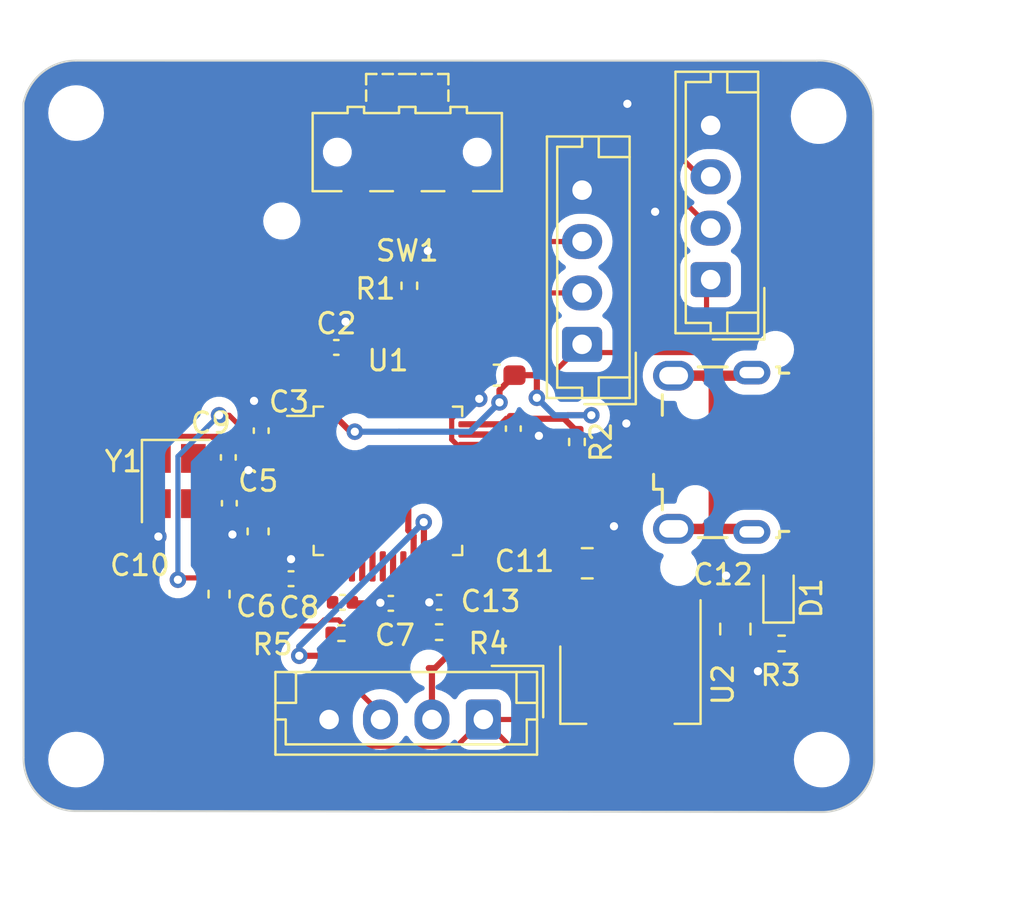
<source format=kicad_pcb>
(kicad_pcb (version 20221018) (generator pcbnew)
  (layers (0 "F.Cu" signal) (31 "B.Cu" power) (34 "B.Paste" user) (35 "F.Paste" user) (36 "B.SilkS" user "B.Silkscreen") (37 "F.SilkS" user "F.Silkscreen") (38 "B.Mask" user) (39 "F.Mask" user) (44 "Edge.Cuts" user))
  (net 0 "")
  (net 1 "+3.3V")
  (net 2 "GND")
  (net 3 "+3.3VA")
  (net 4 "/NRST")
  (net 5 "/HSE_IN")
  (net 6 "/HSE_OUT")
  (net 7 "VBUS")
  (net 8 "/Power_Led_k")
  (net 9 "/USB_D-")
  (net 10 "/USB_D+")
  (net 12 "unconnected-(J1-Shield-Pad6)")
  (net 13 "/USART1_TX")
  (net 14 "/USART1_RX")
  (net 15 "/SW_DIO")
  (net 16 "/SW_CLK")
  (net 17 "/I2C2_SCL")
  (net 18 "/I2C2_SDA")
  (net 19 "/BOOT0")
  (net 20 "/SW_BOOT0")
  (footprint "Capacitor_SMD:C_0402_1005Metric" (layer "F.Cu") (at 136.006 80.9 -90)
    (fp_text reference "C1" hide)
    (fp_text value "100n" hide)
    (pad "1" smd roundrect (at -0.48 0 270) (size 0.56 0.62) (layers "F.Cu" "F.Paste" "F.Mask") (net 1 "+3.3V"))
    (pad "2" smd roundrect (at 0.48 0 270) (size 0.56 0.62) (layers "F.Cu" "F.Paste" "F.Mask") (net 2 "GND"))
  )
  (footprint "MountingHole:MountingHole_2.2mm_M2" (layer "F.Cu") (at 114.75 97)
    (fp_text reference "H4" hide)
    (fp_text value "MountingHole" hide)
    (pad "" np_thru_hole circle (at 0 0) (size 2.2 2.2) (drill 2.2) (layers "*.Cu" "*.Mask"))
  )
  (footprint "LED_SMD:LED_0603_1608Metric" (layer "F.Cu") (at 148.9 88.85 90)
    (fp_text reference "D1" (at -0.3 1.6 90) (layer "F.SilkS"))
    (fp_text value "RED" hide)
    (pad "1" smd roundrect (at -0.7875 0 90) (size 0.875 0.95) (layers "F.Cu" "F.Paste" "F.Mask") (net 8 "/Power_Led_k"))
    (pad "2" smd roundrect (at 0.7875 0 90) (size 0.875 0.95) (layers "F.Cu" "F.Paste" "F.Mask") (net 1 "+3.3V"))
  )
  (footprint "MountingHole:MountingHole_2.2mm_M2" (layer "F.Cu") (at 114.75 65.55)
    (fp_text reference "H2" hide)
    (fp_text value "MountingHole" hide)
    (pad "" np_thru_hole circle (at 0 0) (size 2.2 2.2) (drill 2.2) (layers "*.Cu" "*.Mask"))
  )
  (footprint "Capacitor_SMD:C_0603_1608Metric" (layer "F.Cu") (at 123.6 85.9 90)
    (fp_text reference "C5" (at 2.45 0 180) (layer "F.SilkS"))
    (fp_text value "10n" hide)
    (pad "1" smd roundrect (at -0.775 0 90) (size 0.9 0.95) (layers "F.Cu" "F.Paste" "F.Mask") (net 3 "+3.3VA"))
    (pad "2" smd roundrect (at 0.775 0 90) (size 0.9 0.95) (layers "F.Cu" "F.Paste" "F.Mask") (net 2 "GND"))
  )
  (footprint "Capacitor_SMD:C_0402_1005Metric" (layer "F.Cu") (at 127.7 89.35)
    (fp_text reference "C8" (at -2.1 0.25) (layer "F.SilkS"))
    (fp_text value "100n" hide)
    (pad "1" smd roundrect (at -0.48 0) (size 0.56 0.62) (layers "F.Cu" "F.Paste" "F.Mask") (net 4 "/NRST"))
    (pad "2" smd roundrect (at 0.48 0) (size 0.56 0.62) (layers "F.Cu" "F.Paste" "F.Mask") (net 2 "GND"))
  )
  (footprint "Connector_USB:USB_Micro-B_Wuerth_629105150521" (layer "F.Cu") (at 145.65 82.05 90)
    (fp_text reference "J1" hide)
    (fp_text value "USB_B_Micro")
    (pad "" np_thru_hole oval (at -2.5 -0.8 90) (size 0.8 0.8) (drill 0.8) (layers "*.Cu" "*.Mask"))
    (pad "" np_thru_hole oval (at 2.5 -0.8 90) (size 0.8 0.8) (drill 0.8) (layers "*.Cu" "*.Mask"))
    (pad "1" smd rect (at -1.3 -1.9 90) (size 0.45 1.3) (layers "F.Cu" "F.Paste" "F.Mask") (net 7 "VBUS"))
    (pad "2" smd rect (at -0.65 -1.9 90) (size 0.45 1.3) (layers "F.Cu" "F.Paste" "F.Mask") (net 9 "/USB_D-"))
    (pad "3" smd rect (at 0 -1.9 90) (size 0.45 1.3) (layers "F.Cu" "F.Paste" "F.Mask") (net 10 "/USB_D+"))
    (pad "4" smd rect (at 0.65 -1.9 90) (size 0.45 1.3) (layers "F.Cu" "F.Paste" "F.Mask"))
    (pad "5" smd rect (at 1.3 -1.9 90) (size 0.45 1.3) (layers "F.Cu" "F.Paste" "F.Mask") (net 2 "GND"))
    (pad "6" thru_hole oval (at -3.875 1.95 90) (size 1.15 1.8) (drill oval 0.55 1.2) (layers "*.Cu" "*.Mask") (net 12 "unconnected-(J1-Shield-Pad6)"))
    (pad "6" thru_hole oval (at -3.725 -1.85 90) (size 1.45 2) (drill oval 0.85 1.4) (layers "*.Cu" "*.Mask") (net 12 "unconnected-(J1-Shield-Pad6)"))
    (pad "6" thru_hole oval (at 3.725 -1.85 90) (size 1.45 2) (drill oval 0.85 1.4) (layers "*.Cu" "*.Mask") (net 12 "unconnected-(J1-Shield-Pad6)"))
    (pad "6" thru_hole oval (at 3.875 1.95 90) (size 1.15 1.8) (drill oval 0.55 1.2) (layers "*.Cu" "*.Mask") (net 12 "unconnected-(J1-Shield-Pad6)"))
  )
  (footprint "Capacitor_SMD:C_0402_1005Metric" (layer "F.Cu") (at 130.05 89.4 180)
    (fp_text reference "C7" (at -0.2 -1.55) (layer "F.SilkS"))
    (fp_text value "1u" hide)
    (pad "1" smd roundrect (at -0.48 0 180) (size 0.56 0.62) (layers "F.Cu" "F.Paste" "F.Mask") (net 1 "+3.3V"))
    (pad "2" smd roundrect (at 0.48 0 180) (size 0.56 0.62) (layers "F.Cu" "F.Paste" "F.Mask") (net 2 "GND"))
  )
  (footprint "Capacitor_SMD:C_0402_1005Metric" (layer "F.Cu") (at 127.4 76.95)
    (fp_text reference "C2" (at 0 -1.16) (layer "F.SilkS"))
    (fp_text value "100n" hide)
    (pad "1" smd roundrect (at -0.48 0) (size 0.56 0.62) (layers "F.Cu" "F.Paste" "F.Mask") (net 1 "+3.3V"))
    (pad "2" smd roundrect (at 0.48 0) (size 0.56 0.62) (layers "F.Cu" "F.Paste" "F.Mask") (net 2 "GND"))
  )
  (footprint "Capacitor_SMD:C_0805_2012Metric" (layer "F.Cu") (at 146.8 90.65 90)
    (fp_text reference "C12" (at 2.65 -0.6) (layer "F.SilkS"))
    (fp_text value "C" hide)
    (pad "1" smd roundrect (at -0.95 0 90) (size 1 1.45) (layers "F.Cu" "F.Paste" "F.Mask") (net 1 "+3.3V"))
    (pad "2" smd roundrect (at 0.95 0 90) (size 1 1.45) (layers "F.Cu" "F.Paste" "F.Mask") (net 2 "GND"))
  )
  (footprint "Connector_JST:JST_EH_B4B-EH-A_1x04_P2.50mm_Vertical" (layer "F.Cu") (at 139.35 76.8 90)
    (fp_text reference "J3" hide)
    (fp_text value "Conn_01x04_Pin" hide)
    (pad "1" thru_hole roundrect (at 0 0 90) (size 1.7 1.95) (drill 0.95) (layers "*.Cu" "*.Mask") (roundrect_rratio 0.147059) (net 1 "+3.3V"))
    (pad "2" thru_hole oval (at 2.5 0 90) (size 1.7 1.95) (drill 0.95) (layers "*.Cu" "*.Mask") (net 15 "/SW_DIO"))
    (pad "3" thru_hole oval (at 5 0 90) (size 1.7 1.95) (drill 0.95) (layers "*.Cu" "*.Mask") (net 16 "/SW_CLK"))
    (pad "4" thru_hole oval (at 7.5 0 90) (size 1.7 1.95) (drill 0.95) (layers "*.Cu" "*.Mask") (net 2 "GND"))
  )
  (footprint "MountingHole:MountingHole_2.2mm_M2" (layer "F.Cu") (at 150.85 65.7)
    (fp_text reference "H1" hide)
    (fp_text value "MountingHole" hide)
    (pad "" np_thru_hole circle (at 0 0) (size 2.2 2.2) (drill 2.2) (layers "*.Cu" "*.Mask"))
  )
  (footprint "Capacitor_SMD:C_0402_1005Metric" (layer "F.Cu") (at 122.2 84.53 90)
    (fp_text reference "C10" (at -3.02 -4.35 180) (layer "F.SilkS"))
    (fp_text value "10P" hide)
    (pad "1" smd roundrect (at -0.48 0 90) (size 0.56 0.62) (layers "F.Cu" "F.Paste" "F.Mask") (net 6 "/HSE_OUT"))
    (pad "2" smd roundrect (at 0.48 0 90) (size 0.56 0.62) (layers "F.Cu" "F.Paste" "F.Mask") (net 2 "GND"))
  )
  (footprint "Capacitor_SMD:C_0402_1005Metric" (layer "F.Cu") (at 132.4 89.35 180)
    (fp_text reference "C13" (at -2.5 0.05) (layer "F.SilkS"))
    (fp_text value "100n" hide)
    (pad "1" smd roundrect (at -0.48 0 180) (size 0.56 0.62) (layers "F.Cu" "F.Paste" "F.Mask") (net 1 "+3.3V"))
    (pad "2" smd roundrect (at 0.48 0 180) (size 0.56 0.62) (layers "F.Cu" "F.Paste" "F.Mask") (net 2 "GND"))
  )
  (footprint "Resistor_SMD:R_0402_1005Metric" (layer "F.Cu") (at 139.1 81.55 -90)
    (fp_text reference "R2" (at 0 -1.17 90) (layer "F.SilkS"))
    (fp_text value "1K5")
    (pad "1" smd roundrect (at -0.51 0 270) (size 0.54 0.64) (layers "F.Cu" "F.Paste" "F.Mask") (net 1 "+3.3V"))
    (pad "2" smd roundrect (at 0.51 0 270) (size 0.54 0.64) (layers "F.Cu" "F.Paste" "F.Mask") (net 10 "/USB_D+"))
  )
  (footprint "Connector_JST:JST_EH_B4B-EH-A_1x04_P2.50mm_Vertical" (layer "F.Cu") (at 134.55 95.05 180)
    (fp_text reference "J4" hide)
    (fp_text value "Conn_01x04_Pin" hide)
    (pad "1" thru_hole roundrect (at 0 0 180) (size 1.7 1.95) (drill 0.95) (layers "*.Cu" "*.Mask") (roundrect_rratio 0.147059) (net 1 "+3.3V"))
    (pad "2" thru_hole oval (at 2.5 0 180) (size 1.7 1.95) (drill 0.95) (layers "*.Cu" "*.Mask") (net 17 "/I2C2_SCL"))
    (pad "3" thru_hole oval (at 5 0 180) (size 1.7 1.95) (drill 0.95) (layers "*.Cu" "*.Mask") (net 18 "/I2C2_SDA"))
    (pad "4" thru_hole oval (at 7.5 0 180) (size 1.7 1.95) (drill 0.95) (layers "*.Cu" "*.Mask") (net 2 "GND"))
  )
  (footprint "Package_TO_SOT_SMD:SOT-223-3_TabPin2" (layer "F.Cu") (at 141.7 93.35 -90)
    (fp_text reference "U2" (at 0 -4.5 90) (layer "F.SilkS"))
    (fp_text value "AMS1117-3.3" hide)
    (pad "1" smd rect (at -3.15 -2.3 270) (size 2 1.5) (layers "F.Cu" "F.Paste" "F.Mask") (net 2 "GND"))
    (pad "2" smd rect (at -3.15 0 270) (size 2 1.5) (layers "F.Cu" "F.Paste" "F.Mask") (net 1 "+3.3V"))
    (pad "2" smd rect (at 3.15 0 270) (size 2 3.8) (layers "F.Cu" "F.Paste" "F.Mask") (net 1 "+3.3V"))
    (pad "3" smd rect (at -3.15 2.3 270) (size 2 1.5) (layers "F.Cu" "F.Paste" "F.Mask") (net 7 "VBUS"))
  )
  (footprint "Capacitor_SMD:C_0603_1608Metric_Pad1.08x0.95mm_HandSolder" (layer "F.Cu") (at 135.2 78.3 180)
    (fp_text reference "C4" hide)
    (fp_text value "10u" hide)
    (pad "1" smd roundrect (at -0.8625 0 180) (size 1.075 0.95) (layers "F.Cu" "F.Paste" "F.Mask") (net 1 "+3.3V"))
    (pad "2" smd roundrect (at 0.8625 0 180) (size 1.075 0.95) (layers "F.Cu" "F.Paste" "F.Mask") (net 2 "GND"))
  )
  (footprint "Capacitor_SMD:C_0402_1005Metric" (layer "F.Cu") (at 123.75 81 90)
    (fp_text reference "C3" (at 1.4 1.35 180) (layer "F.SilkS"))
    (fp_text value "100n" hide)
    (pad "1" smd roundrect (at -0.48 0 90) (size 0.56 0.62) (layers "F.Cu" "F.Paste" "F.Mask") (net 1 "+3.3V"))
    (pad "2" smd roundrect (at 0.48 0 90) (size 0.56 0.62) (layers "F.Cu" "F.Paste" "F.Mask") (net 2 "GND"))
  )
  (footprint "Resistor_SMD:R_0402_1005Metric" (layer "F.Cu") (at 130.95 73.95 90)
    (fp_text reference "R1" (at -0.15 -1.65 180) (layer "F.SilkS"))
    (fp_text value "10K" hide)
    (pad "1" smd roundrect (at -0.51 0 90) (size 0.54 0.64) (layers "F.Cu" "F.Paste" "F.Mask") (net 19 "/BOOT0"))
    (pad "2" smd roundrect (at 0.51 0 90) (size 0.54 0.64) (layers "F.Cu" "F.Paste" "F.Mask") (net 20 "/SW_BOOT0"))
  )
  (footprint "Inductor_SMD:L_0603_1608Metric" (layer "F.Cu") (at 121.7 88.95 90)
    (fp_text reference "FB1" hide)
    (fp_text value "120R" hide)
    (pad "1" smd roundrect (at -0.7875 0 90) (size 0.875 0.95) (layers "F.Cu" "F.Paste" "F.Mask") (net 3 "+3.3VA"))
    (pad "2" smd roundrect (at 0.7875 0 90) (size 0.875 0.95) (layers "F.Cu" "F.Paste" "F.Mask") (net 1 "+3.3V"))
  )
  (footprint "MountingHole:MountingHole_2.2mm_M2" (layer "F.Cu") (at 151 97)
    (fp_text reference "H3" hide)
    (fp_text value "MountingHole" hide)
    (pad "" np_thru_hole circle (at 0 0) (size 2.2 2.2) (drill 2.2) (layers "*.Cu" "*.Mask"))
  )
  (footprint "Capacitor_SMD:C_0402_1005Metric" (layer "F.Cu") (at 122.15 82.3 -90)
    (fp_text reference "C9" (at -1.67 0.85 -180) (layer "F.SilkS"))
    (fp_text value "10P" hide)
    (pad "1" smd roundrect (at -0.48 0 270) (size 0.56 0.62) (layers "F.Cu" "F.Paste" "F.Mask") (net 5 "/HSE_IN"))
    (pad "2" smd roundrect (at 0.48 0 270) (size 0.56 0.62) (layers "F.Cu" "F.Paste" "F.Mask") (net 2 "GND"))
  )
  (footprint "Package_QFP:LQFP-48_7x7mm_P0.5mm" (layer "F.Cu") (at 129.91 83.44)
    (fp_text reference "U1" (at 0 -5.85) (layer "F.SilkS"))
    (fp_text value "STM32F103CBTx")
    (pad "1" smd roundrect (at -4.1625 -2.75) (size 1.475 0.3) (layers "F.Cu" "F.Paste" "F.Mask") (net 1 "+3.3V"))
    (pad "2" smd roundrect (at -4.1625 -2.25) (size 1.475 0.3) (layers "F.Cu" "F.Paste" "F.Mask"))
    (pad "3" smd roundrect (at -4.1625 -1.75) (size 1.475 0.3) (layers "F.Cu" "F.Paste" "F.Mask"))
    (pad "4" smd roundrect (at -4.1625 -1.25) (size 1.475 0.3) (layers "F.Cu" "F.Paste" "F.Mask"))
    (pad "5" smd roundrect (at -4.1625 -0.75) (size 1.475 0.3) (layers "F.Cu" "F.Paste" "F.Mask") (net 5 "/HSE_IN"))
    (pad "6" smd roundrect (at -4.1625 -0.25) (size 1.475 0.3) (layers "F.Cu" "F.Paste" "F.Mask") (net 6 "/HSE_OUT"))
    (pad "7" smd roundrect (at -4.1625 0.25) (size 1.475 0.3) (layers "F.Cu" "F.Paste" "F.Mask") (net 4 "/NRST"))
    (pad "8" smd roundrect (at -4.1625 0.75) (size 1.475 0.3) (layers "F.Cu" "F.Paste" "F.Mask") (net 2 "GND"))
    (pad "9" smd roundrect (at -4.1625 1.25) (size 1.475 0.3) (layers "F.Cu" "F.Paste" "F.Mask") (net 3 "+3.3VA"))
    (pad "10" smd roundrect (at -4.1625 1.75) (size 1.475 0.3) (layers "F.Cu" "F.Paste" "F.Mask"))
    (pad "11" smd roundrect (at -4.1625 2.25) (size 1.475 0.3) (layers "F.Cu" "F.Paste" "F.Mask"))
    (pad "12" smd roundrect (at -4.1625 2.75) (size 1.475 0.3) (layers "F.Cu" "F.Paste" "F.Mask"))
    (pad "13" smd roundrect (at -2.75 4.1625) (size 0.3 1.475) (layers "F.Cu" "F.Paste" "F.Mask"))
    (pad "14" smd roundrect (at -2.25 4.1625) (size 0.3 1.475) (layers "F.Cu" "F.Paste" "F.Mask"))
    (pad "15" smd roundrect (at -1.75 4.1625) (size 0.3 1.475) (layers "F.Cu" "F.Paste" "F.Mask"))
    (pad "16" smd roundrect (at -1.25 4.1625) (size 0.3 1.475) (layers "F.Cu" "F.Paste" "F.Mask"))
    (pad "17" smd roundrect (at -0.75 4.1625) (size 0.3 1.475) (layers "F.Cu" "F.Paste" "F.Mask"))
    (pad "18" smd roundrect (at -0.25 4.1625) (size 0.3 1.475) (layers "F.Cu" "F.Paste" "F.Mask"))
    (pad "19" smd roundrect (at 0.25 4.1625) (size 0.3 1.475) (layers "F.Cu" "F.Paste" "F.Mask"))
    (pad "20" smd roundrect (at 0.75 4.1625) (size 0.3 1.475) (layers "F.Cu" "F.Paste" "F.Mask"))
    (pad "21" smd roundrect (at 1.25 4.1625) (size 0.3 1.475) (layers "F.Cu" "F.Paste" "F.Mask") (net 17 "/I2C2_SCL"))
    (pad "22" smd roundrect (at 1.75 4.1625) (size 0.3 1.475) (layers "F.Cu" "F.Paste" "F.Mask") (net 18 "/I2C2_SDA"))
    (pad "23" smd roundrect (at 2.25 4.1625) (size 0.3 1.475) (layers "F.Cu" "F.Paste" "F.Mask") (net 2 "GND"))
    (pad "24" smd roundrect (at 2.75 4.1625) (size 0.3 1.475) (layers "F.Cu" "F.Paste" "F.Mask") (net 1 "+3.3V"))
    (pad "25" smd roundrect (at 4.1625 2.75) (size 1.475 0.3) (layers "F.Cu" "F.Paste" "F.Mask"))
    (pad "26" smd roundrect (at 4.1625 2.25) (size 1.475 0.3) (layers "F.Cu" "F.Paste" "F.Mask"))
    (pad "27" smd roundrect (at 4.1625 1.75) (size 1.475 0.3) (layers "F.Cu" "F.Paste" "F.Mask"))
    (pad "28" smd roundrect (at 4.1625 1.25) (size 1.475 0.3) (layers "F.Cu" "F.Paste" "F.Mask"))
    (pad "29" smd roundrect (at 4.1625 0.75) (size 1.475 0.3) (layers "F.Cu" "F.Paste" "F.Mask"))
    (pad "30" smd roundrect (at 4.1625 0.25) (size 1.475 0.3) (layers "F.Cu" "F.Paste" "F.Mask"))
    (pad "31" smd roundrect (at 4.1625 -0.25) (size 1.475 0.3) (layers "F.Cu" "F.Paste" "F.Mask"))
    (pad "32" smd roundrect (at 4.1625 -0.75) (size 1.475 0.3) (layers "F.Cu" "F.Paste" "F.Mask") (net 9 "/USB_D-"))
    (pad "33" smd roundrect (at 4.1625 -1.25) (size 1.475 0.3) (layers "F.Cu" "F.Paste" "F.Mask") (net 10 "/USB_D+"))
    (pad "34" smd roundrect (at 4.1625 -1.75) (size 1.475 0.3) (layers "F.Cu" "F.Paste" "F.Mask") (net 15 "/SW_DIO"))
    (pad "35" smd roundrect (at 4.1625 -2.25) (size 1.475 0.3) (layers "F.Cu" "F.Paste" "F.Mask") (net 2 "GND"))
    (pad "36" smd roundrect (at 4.1625 -2.75) (size 1.475 0.3) (layers "F.Cu" "F.Paste" "F.Mask") (net 1 "+3.3V"))
    (pad "37" smd roundrect (at 2.75 -4.1625) (size 0.3 1.475) (layers "F.Cu" "F.Paste" "F.Mask") (net 16 "/SW_CLK"))
    (pad "38" smd roundrect (at 2.25 -4.1625) (size 0.3 1.475) (layers "F.Cu" "F.Paste" "F.Mask"))
    (pad "39" smd roundrect (at 1.75 -4.1625) (size 0.3 1.475) (layers "F.Cu" "F.Paste" "F.Mask"))
    (pad "40" smd roundrect (at 1.25 -4.1625) (size 0.3 1.475) (layers "F.Cu" "F.Paste" "F.Mask"))
    (pad "41" smd roundrect (at 0.75 -4.1625) (size 0.3 1.475) (layers "F.Cu" "F.Paste" "F.Mask"))
    (pad "42" smd roundrect (at 0.25 -4.1625) (size 0.3 1.475) (layers "F.Cu" "F.Paste" "F.Mask") (net 13 "/USART1_TX"))
    (pad "43" smd roundrect (at -0.25 -4.1625) (size 0.3 1.475) (layers "F.Cu" "F.Paste" "F.Mask") (net 14 "/USART1_RX"))
    (pad "44" smd roundrect (at -0.75 -4.1625) (size 0.3 1.475) (layers "F.Cu" "F.Paste" "F.Mask") (net 19 "/BOOT0"))
    (pad "45" smd roundrect (at -1.25 -4.1625) (size 0.3 1.475) (layers "F.Cu" "F.Paste" "F.Mask"))
    (pad "46" smd roundrect (at -1.75 -4.1625) (size 0.3 1.475) (layers "F.Cu" "F.Paste" "F.Mask"))
    (pad "47" smd roundrect (at -2.25 -4.1625) (size 0.3 1.475) (layers "F.Cu" "F.Paste" "F.Mask") (net 2 "GND"))
    (pad "48" smd roundrect (at -2.75 -4.1625) (size 0.3 1.475) (layers "F.Cu" "F.Paste" "F.Mask") (net 1 "+3.3V"))
  )
  (footprint "Capacitor_SMD:C_0402_1005Metric_Pad0.74x0.62mm_HandSolder" (layer "F.Cu") (at 125.2 88.2)
    (fp_text reference "C6" (at -1.7 1.35 180) (layer "F.SilkS"))
    (fp_text value "1u" hide)
    (pad "1" smd roundrect (at -0.5675 0) (size 0.735 0.62) (layers "F.Cu" "F.Paste" "F.Mask") (net 3 "+3.3VA"))
    (pad "2" smd roundrect (at 0.5675 0) (size 0.735 0.62) (layers "F.Cu" "F.Paste" "F.Mask") (net 2 "GND"))
  )
  (footprint "Button_Switch_SMD:SW_SPDT_CK-JS102011SAQN" (layer "F.Cu") (at 130.85 67.45 180)
    (fp_text reference "SW1" (at 0 -4.8) (layer "F.SilkS"))
    (fp_text value "SW_SPDT")
    (pad "" np_thru_hole circle (at -3.4 0 180) (size 0.9 0.9) (drill 0.9) (layers "*.Cu" "*.Mask"))
    (pad "" np_thru_hole circle (at 3.4 0 180) (size 0.9 0.9) (drill 0.9) (layers "*.Cu" "*.Mask"))
    (pad "1" smd rect (at -2.5 -2.75 180) (size 1.25 2.5) (layers "F.Cu" "F.Paste" "F.Mask") (net 2 "GND"))
    (pad "2" smd rect (at 0 -2.75 180) (size 1.25 2.5) (layers "F.Cu" "F.Paste" "F.Mask") (net 20 "/SW_BOOT0"))
    (pad "3" smd rect (at 2.5 -2.75 180) (size 1.25 2.5) (layers "F.Cu" "F.Paste" "F.Mask") (net 1 "+3.3V"))
  )
  (footprint "Connector_JST:JST_EH_B4B-EH-A_1x04_P2.50mm_Vertical" (layer "F.Cu") (at 145.6 73.65 90)
    (fp_text reference "J2" hide)
    (fp_text value "Conn_01x04_Pin" hide)
    (pad "1" thru_hole roundrect (at 0 0 90) (size 1.7 1.95) (drill 0.95) (layers "*.Cu" "*.Mask") (roundrect_rratio 0.147059) (net 1 "+3.3V"))
    (pad "2" thru_hole oval (at 2.5 0 90) (size 1.7 1.95) (drill 0.95) (layers "*.Cu" "*.Mask") (net 13 "/USART1_TX"))
    (pad "3" thru_hole oval (at 5 0 90) (size 1.7 1.95) (drill 0.95) (layers "*.Cu" "*.Mask") (net 14 "/USART1_RX"))
    (pad "4" thru_hole oval (at 7.5 0 90) (size 1.7 1.95) (drill 0.95) (layers "*.Cu" "*.Mask") (net 2 "GND"))
  )
  (footprint "Resistor_SMD:R_0402_1005Metric" (layer "F.Cu") (at 132.4 90.8)
    (fp_text reference "R4" (at 2.4 0.55) (layer "F.SilkS"))
    (fp_text value "1K5" hide)
    (pad "1" smd roundrect (at -0.51 0) (size 0.54 0.64) (layers "F.Cu" "F.Paste" "F.Mask") (net 17 "/I2C2_SCL"))
    (pad "2" smd roundrect (at 0.51 0) (size 0.54 0.64) (layers "F.Cu" "F.Paste" "F.Mask") (net 1 "+3.3V"))
  )
  (footprint "Capacitor_SMD:C_0805_2012Metric" (layer "F.Cu") (at 139.6 87.45)
    (fp_text reference "C11" (at -3.05 -0.1) (layer "F.SilkS"))
    (fp_text value "C" hide)
    (pad "1" smd roundrect (at -0.95 0) (size 1 1.45) (layers "F.Cu" "F.Paste" "F.Mask") (net 7 "VBUS"))
    (pad "2" smd roundrect (at 0.95 0) (size 1 1.45) (layers "F.Cu" "F.Paste" "F.Mask") (net 2 "GND"))
  )
  (footprint "Resistor_SMD:R_0402_1005Metric" (layer "F.Cu") (at 127.65 90.85)
    (fp_text reference "R5" (at -3.35 0.55) (layer "F.SilkS"))
    (fp_text value "1K5" hide)
    (pad "1" smd roundrect (at -0.51 0) (size 0.54 0.64) (layers "F.Cu" "F.Paste" "F.Mask") (net 18 "/I2C2_SDA"))
    (pad "2" smd roundrect (at 0.51 0) (size 0.54 0.64) (layers "F.Cu" "F.Paste" "F.Mask") (net 1 "+3.3V"))
  )
  (footprint "Crystal:Crystal_SMD_3225-4Pin_3.2x2.5mm" (layer "F.Cu") (at 119.6 83.45 -90)
    (fp_text reference "Y1" (at -0.95 2.55 -180) (layer "F.SilkS"))
    (fp_text value "16Mz" hide)
    (pad "1" smd rect (at -1.1 0.85 270) (size 1.4 1.2) (layers "F.Cu" "F.Paste" "F.Mask") (net 5 "/HSE_IN"))
    (pad "2" smd rect (at 1.1 0.85 270) (size 1.4 1.2) (layers "F.Cu" "F.Paste" "F.Mask") (net 2 "GND"))
    (pad "3" smd rect (at 1.1 -0.85 270) (size 1.4 1.2) (layers "F.Cu" "F.Paste" "F.Mask") (net 6 "/HSE_OUT"))
    (pad "4" smd rect (at -1.1 -0.85 270) (size 1.4 1.2) (layers "F.Cu" "F.Paste" "F.Mask") (net 2 "GND"))
  )
  (footprint "Resistor_SMD:R_0402_1005Metric" (layer "F.Cu") (at 149.05 91.35)
    (fp_text reference "R3" (at -0.05 1.55) (layer "F.SilkS"))
    (fp_text value "1K5" hide)
    (pad "1" smd roundrect (at -0.51 0) (size 0.54 0.64) (layers "F.Cu" "F.Paste" "F.Mask") (net 2 "GND"))
    (pad "2" smd roundrect (at 0.51 0) (size 0.54 0.64) (layers "F.Cu" "F.Paste" "F.Mask") (net 8 "/Power_Led_k"))
  )
  (gr_arc (start 150.758392 63.003859) (mid 152.687711 63.71212) (end 153.5 65.6) (stroke (width 0.1)) (layer "Edge.Cuts"))
  (gr_line (start 151.05 99.55) (end 114.7 99.5) (stroke (width 0.1)) (layer "Edge.Cuts"))
  (gr_arc (start 114.7 99.5) (mid 112.911176 98.717406) (end 112.20002 96.899) (stroke (width 0.1)) (layer "Edge.Cuts"))
  (gr_line (start 153.5 65.6) (end 153.548531 97.099942) (stroke (width 0.1)) (layer "Edge.Cuts"))
  (gr_line (start 114.737217 63) (end 150.758392 63.003859) (stroke (width 0.1)) (layer "Edge.Cuts"))
  (gr_arc (start 112.193508 65.061908) (mid 113.1 63.580218) (end 114.737217 63) (stroke (width 0.1)) (layer "Edge.Cuts"))
  (gr_line (start 112.20002 96.899) (end 112.193508 65.061908) (stroke (width 0.1)) (layer "Edge.Cuts"))
  (gr_arc (start 153.548531 97.099942) (mid 152.785717 98.821047) (end 151.05 99.55) (stroke (width 0.1)) (layer "Edge.Cuts"))
  (segment (start 126.519462 90.5) (end 126.814462 90.205) (width 0.25) (layer "F.Cu") (net 1))
  (segment (start 136.006 80.42) (end 135.68 80.42) (width 0.3) (layer "F.Cu") (net 1))
  (segment (start 130.53 90.410538) (end 131.564462 91.445) (width 0.25) (layer "F.Cu") (net 1))
  (segment (start 126.85 77.9) (end 127.16 78.21) (width 0.3) (layer "F.Cu") (net 1))
  (segment (start 132.88 88.58) (end 132.66 88.36) (width 0.3) (layer "F.Cu") (net 1))
  (segment (start 120.9 88.9625) (end 120.9 93.35) (width 0.25) (layer "F.Cu") (net 1))
  (segment (start 130.53 89.4) (end 130.53 90.410538) (width 0.25) (layer "F.Cu") (net 1))
  (segment (start 133.25 96.35) (end 134.55 95.05) (width 0.25) (layer "F.Cu") (net 1))
  (segment (start 123.9 96.35) (end 133.25 96.35) (width 0.25) (layer "F.Cu") (net 1))
  (segment (start 132.91 90.8) (end 132.91 89.38) (width 0.25) (layer "F.Cu") (net 1))
  (segment (start 136 96.5) (end 141.7 96.5) (width 0.25) (layer "F.Cu") (net 1))
  (segment (start 128.35 70.2) (end 126.92 71.63) (width 0.25) (layer "F.Cu") (net 1))
  (segment (start 119.7875 88.1625) (end 119.7 88.25) (width 0.25) (layer "F.Cu") (net 1))
  (segment (start 141.7 96.5) (end 141.7 90.2) (width 0.25) (layer "F.Cu") (net 1))
  (segment (start 148.1 88.8625) (end 148.9 88.0625) (width 0.25) (layer "F.Cu") (net 1))
  (segment (start 137.15 79.4) (end 137.15 78.35) (width 0.3) (layer "F.Cu") (net 1))
  (segment (start 132.88 88.58) (end 132.88 89.35) (width 0.3) (layer "F.Cu") (net 1))
  (segment (start 139.75 77.2) (end 139.35 76.8) (width 0.25) (layer "F.Cu") (net 1))
  (segment (start 132.265 91.445) (end 132.91 90.8) (width 0.25) (layer "F.Cu") (net 1))
  (segment (start 128.093959 81.05) (end 128.3 81.05) (width 0.3) (layer "F.Cu") (net 1))
  (segment (start 122.188786 80.25) (end 123.418786 81.48) (width 0.25) (layer "F.Cu") (net 1))
  (segment (start 141.7 90.3) (end 143 91.6) (width 0.25) (layer "F.Cu") (net 1))
  (segment (start 127.16 79.2775) (end 127.16 80.116041) (width 0.3) (layer "F.Cu") (net 1))
  (segment (start 128.16 90.85) (end 129.087609 90.85) (width 0.25) (layer "F.Cu") (net 1))
  (segment (start 121.7 80.25) (end 122.188786 80.25) (width 0.25) (layer "F.Cu") (net 1))
  (segment (start 135.4 80.7) (end 135.39 80.69) (width 0.3) (layer "F.Cu") (net 1))
  (segment (start 137.15 78.35) (end 137.1 78.3) (width 0.3) (layer "F.Cu") (net 1))
  (segment (start 124.55 81) (end 124.86 80.69) (width 0.3) (layer "F.Cu") (net 1))
  (segment (start 135.334294 79.623699) (end 135.334294 79.028206) (width 0.3) (layer "F.Cu") (net 1))
  (segment (start 120.9 93.35) (end 123.9 96.35) (width 0.25) (layer "F.Cu") (net 1))
  (segment (start 145.4 73.85) (end 145.4 77.2) (width 0.25) (layer "F.Cu") (net 1))
  (segment (start 145.6 73.65) (end 145.4 73.85) (width 0.25) (layer "F.Cu") (net 1))
  (segment (start 126.92 71.63) (end 126.92 76.95) (width 0.25) (layer "F.Cu") (net 1))
  (segment (start 120.9 88.9625) (end 121.7 88.1625) (width 0.25) (layer "F.Cu") (net 1))
  (segment (start 125.7475 80.69) (end 127.16 79.2775) (width 0.3) (layer "F.Cu") (net 1))
  (segment (start 134.55 95.05) (end 136 96.5) (width 0.25) (layer "F.Cu") (net 1))
  (segment (start 129.087609 90.85) (end 130.53 89.407609) (width 0.25) (layer "F.Cu") (net 1))
  (segment (start 131.564462 91.445) (end 132.265 91.445) (width 0.25) (layer "F.Cu") (net 1))
  (segment (start 121.7 88.1625) (end 119.7875 88.1625) (width 0.25) (layer "F.Cu") (net 1))
  (segment (start 123.418786 81.48) (end 123.75 81.48) (width 0.25) (layer "F.Cu") (net 1))
  (segment (start 126.92 76.95) (end 126.92 77.83) (width 0.3) (layer "F.Cu") (net 1))
  (segment (start 138.65 80.25) (end 139.8 80.25) (width 0.3) (layer "F.Cu") (net 1))
  (segment (start 136.0625 78.3) (end 137.1 78.3) (width 0.3) (layer "F.Cu") (net 1))
  (segment (start 123.78 81.45) (end 124.55 81.45) (width 0.3) (layer "F.Cu") (net 1))
  (segment (start 126.92 77.83) (end 126.85 77.9) (width 0.3) (layer "F.Cu") (net 1))
  (segment (start 124.55 81) (end 124.55 81.45) (width 0.3) (layer "F.Cu") (net 1))
  (segment (start 138.48 80.42) (end 139.1 81.04) (width 0.3) (layer "F.Cu") (net 1))
  (segment (start 146.8 91.6) (end 148.1 90.3) (width 0.25) (layer "F.Cu") (net 1))
  (segment (start 127.16 79.2775) (end 127.16 78.21) (width 0.3) (layer "F.Cu") (net 1))
  (segment (start 141.7 90.3) (end 136.95 95.05) (width 0.25) (layer "F.Cu") (net 1))
  (segment (start 135.68 80.42) (end 135.4 80.7) (width 0.3) (layer "F.Cu") (net 1))
  (segment (start 120.9 88.9625) (end 120.9 90.181479) (width 0.25) (layer "F.Cu") (net 1))
  (segment (start 120.9 90.181479) (end 121.218521 90.5) (width 0.25) (layer "F.Cu") (net 1))
  (segment (start 132.91 89.38) (end 132.88 89.35) (width 0.25) (layer "F.Cu") (net 1))
  (segment (start 135.39 80.69) (end 134.0725 80.69) (width 0.3) (layer "F.Cu") (net 1))
  (segment (start 132.66 88.36) (end 132.66 87.6025) (width 0.3) (layer "F.Cu") (net 1))
  (segment (start 138.48 80.42) (end 138.65 80.25) (width 0.3) (layer "F.Cu") (net 1))
  (segment (start 141.7 90.2) (end 141.7 90.3) (width 0.25) (layer "F.Cu") (net 1))
  (segment (start 139.35 76.8) (end 137.85 78.3) (width 0.25) (layer "F.Cu") (net 1))
  (segment (start 136.006 80.42) (end 138.48 80.42) (width 0.3) (layer "F.Cu") (net 1))
  (segment (start 121.218521 90.5) (end 126.519462 90.5) (width 0.25) (layer "F.Cu") (net 1))
  (segment (start 145.4 77.2) (end 139.75 77.2) (width 0.25) (layer "F.Cu") (net 1))
  (segment (start 127.515 90.205) (end 128.16 90.85) (width 0.25) (layer "F.Cu") (net 1))
  (segment (start 127.16 80.116041) (end 128.093959 81.05) (width 0.3) (layer "F.Cu") (net 1))
  (segment (start 143 91.6) (end 146.8 91.6) (width 0.25) (layer "F.Cu") (net 1))
  (segment (start 135.334294 79.028206) (end 136.0625 78.3) (width 0.3) (layer "F.Cu") (net 1))
  (segment (start 130.53 89.407609) (end 130.53 89.4) (width 0.25) (layer "F.Cu") (net 1))
  (segment (start 148.1 90.3) (end 148.1 88.8625) (width 0.25) (layer "F.Cu") (net 1))
  (segment (start 124.86 80.69) (end 125.7475 80.69) (width 0.3) (layer "F.Cu") (net 1))
  (segment (start 126.814462 90.205) (end 127.515 90.205) (width 0.25) (layer "F.Cu") (net 1))
  (segment (start 136.95 95.05) (end 134.55 95.05) (width 0.25) (layer "F.Cu") (net 1))
  (segment (start 137.85 78.3) (end 137.1 78.3) (width 0.25) (layer "F.Cu") (net 1))
  (via (at 139.8 80.25) (size 0.8) (drill 0.4) (layers "F.Cu" "B.Cu") (net 1))
  (via (at 128.3 81.05) (size 0.8) (drill 0.4) (layers "F.Cu" "B.Cu") (net 1))
  (via (at 135.334294 79.623699) (size 0.8) (drill 0.4) (layers "F.Cu" "B.Cu") (net 1))
  (via (at 121.7 80.25) (size 0.8) (drill 0.4) (layers "F.Cu" "B.Cu") (net 1))
  (via (at 119.7 88.25) (size 0.8) (drill 0.4) (layers "F.Cu" "B.Cu") (net 1))
  (via (at 137.15 79.4) (size 0.8) (drill 0.4) (layers "F.Cu" "B.Cu") (net 1))
  (segment (start 119.7 82.25) (end 121.7 80.25) (width 0.25) (layer "B.Cu") (net 1))
  (segment (start 119.7 88.25) (end 119.7 82.25) (width 0.25) (layer "B.Cu") (net 1))
  (segment (start 139.8 80.25) (end 138 80.25) (width 0.3) (layer "B.Cu") (net 1))
  (segment (start 133.907993 81.05) (end 135.334294 79.623699) (width 0.3) (layer "B.Cu") (net 1))
  (segment (start 138 80.25) (end 137.15 79.4) (width 0.3) (layer "B.Cu") (net 1))
  (segment (start 130.45 81.05) (end 133.907993 81.05) (width 0.3) (layer "B.Cu") (net 1))
  (segment (start 128.3 81.05) (end 130.45 81.05) (width 0.3) (layer "B.Cu") (net 1))
  (segment (start 129.57 89.4) (end 128.23 89.4) (width 0.3) (layer "F.Cu") (net 2))
  (segment (start 140.55 87.45) (end 140.55 86) (width 0.3) (layer "F.Cu") (net 2))
  (segment (start 123.275 85.125) (end 122.35 86.05) (width 0.3) (layer "F.Cu") (net 2))
  (segment (start 125.7675 87.8175) (end 125.2 87.25) (width 0.3) (layer "F.Cu") (net 2))
  (segment (start 128.23 89.4) (end 128.18 89.35) (width 0.3) (layer "F.Cu") (net 2))
  (segment (start 123.6 85.125) (end 123.275 85.125) (width 0.3) (layer "F.Cu") (net 2))
  (segment (start 118.75 84.55) (end 118.75 86.15) (width 0.5) (layer "F.Cu") (net 2))
  (segment (start 132.16 87.6025) (end 132.16 89.11) (width 0.3) (layer "F.Cu") (net 2))
  (segment (start 127.9 77.9) (end 127.88 77.88) (width 0.25) (layer "F.Cu") (net 2))
  (segment (start 139.35 69.3) (end 141.85 69.3) (width 0.5) (layer "F.Cu") (net 2))
  (segment (start 131.85 71.975) (end 131.85 72.25) (width 0.5) (layer "F.Cu") (net 2))
  (segment (start 127.88 77.88) (end 127.88 76.95) (width 0.25) (layer "F.Cu") (net 2))
  (segment (start 129.57 89.4) (end 129.541505 89.371505) (width 0.3) (layer "F.Cu") (net 2))
  (segment (start 146.8 89.7) (end 146.8 88.5) (width 0.3) (layer "F.Cu") (net 2))
  (segment (start 146.8 88.5) (end 146.35 88.05) (width 0.3) (layer "F.Cu") (net 2))
  (segment (start 123.13 82.78) (end 123.2 82.85) (width 0.5) (layer "F.Cu") (net 2))
  (segment (start 133.35 70.2) (end 133.35 70.475) (width 0.5) (layer "F.Cu") (net 2))
  (segment (start 120.88 82.78) (end 120.45 82.35) (width 0.5) (layer "F.Cu") (net 2))
  (segment (start 124.535 84.19) (end 125.7475 84.19) (width 0.3) (layer "F.Cu") (net 2))
  (segment (start 140.55 87.45) (end 141.25 87.45) (width 0.3) (layer "F.Cu") (net 2))
  (segment (start 134.3375 79.4375) (end 134.35 79.45) (width 0.5) (layer "F.Cu") (net 2))
  (segment (start 122.15 82.78) (end 123.13 82.78) (width 0.5) (layer "F.Cu") (net 2))
  (segment (start 141.85 69.3) (end 142.9 70.35) (width 0.5) (layer "F.Cu") (net 2))
  (segment (start 125.7675 88.2) (end 125.7675 87.8175) (width 0.3) (layer "F.Cu") (net 2))
  (segment (start 134.0725 81.19) (end 134.99 81.19) (width 0.3) (layer "F.Cu") (net 2))
  (segment (start 122.15 82.78) (end 120.88 82.78) (width 0.5) (layer "F.Cu") (net 2))
  (segment (start 127.66 79.2775) (end 127.66 78.14) (width 0.25) (layer "F.Cu") (net 2))
  (segment (start 123.2 82.85) (end 123.128541 82.92146) (width 0.5) (layer "F.Cu") (net 2))
  (segment (start 137.12 81.38) (end 137.25 81.25) (width 0.3) (layer "F.Cu") (net 2))
  (segment (start 127.88 75.73) (end 127.85 75.7) (width 0.25) (layer "F.Cu") (net 2))
  (segment (start 133.35 70.475) (end 131.85 71.975) (width 0.5) (layer "F.Cu") (net 2))
  (segment (start 146.8 89.7) (end 146.3 90.2) (width 0.3) (layer "F.Cu") (net 2))
  (segment (start 148.54 91.35) (end 148.54 92.06) (width 0.5) (layer "F.Cu") (net 2))
  (segment (start 127.66 78.14) (end 127.9 77.9) (width 0.25) (layer "F.Cu") (net 2))
  (segment (start 127.88 76.95) (end 127.88 75.73) (width 0.25) (layer "F.Cu") (net 2))
  (segment (start 141.25 87.45) (end 144 90.2) (width 0.3) (layer "F.Cu") (net 2))
  (segment (start 122.2 83.850001) (end 123.128541 82.92146) (width 0.3) (layer "F.Cu") (net 2))
  (segment (start 146.3 90.2) (end 144 90.2) (width 0.3) (layer "F.Cu") (net 2))
  (segment (start 134.99 81.19) (end 135.18 81.38) (width 0.3) (layer "F.Cu") (net 2))
  (segment (start 144.55 65.1) (end 141.55 65.1) (width 0.5) (layer "F.Cu") (net 2))
  (segment (start 123.6 85.125) (end 124.535 84.19) (width 0.3) (layer "F.Cu") (net 2))
  (segment (start 120.45 82.35) (end 120.45 82.75) (width 0.5) (layer "F.Cu") (net 2))
  (segment (start 145.6 66.15) (end 144.55 65.1) (width 0.5) (layer "F.Cu") (net 2))
  (segment (start 148.54 92.06) (end 147.9 92.7) (width 0.5) (layer "F.Cu") (net 2))
  (segment (start 123.75 80.52) (end 123.75 79.9) (width 0.5) (layer "F.Cu") (net 2))
  (segment (start 141.6 80.75) (end 141.5 80.65) (width 0.3) (layer "F.Cu") (net 2))
  (segment (start 135.18 81.38) (end 136.006 81.38) (width 0.3) (layer "F.Cu") (net 2))
  (segment (start 140.55 86) (end 140.9 85.65) (width 0.3) (layer "F.Cu") (net 2))
  (segment (start 134.3375 78.3) (end 134.3375 79.4375) (width 0.5) (layer "F.Cu") (net 2))
  (segment (start 143.75 80.75) (end 141.6 80.75) (width 0.3) (layer "F.Cu") (net 2))
  (segment (start 136.006 81.38) (end 137.12 81.38) (width 0.3) (layer "F.Cu") (net 2))
  (segment (start 132.16 89.11) (end 131.92 89.35) (width 0.3) (layer "F.Cu") (net 2))
  (segment (start 123.75 79.9) (end 123.4 79.55) (width 0.5) (layer "F.Cu") (net 2))
  (via (at 146.35 88.05) (size 0.8) (drill 0.4) (layers "F.Cu" "B.Cu") (net 2))
  (via (at 123.128541 82.92146) (size 0.8) (drill 0.4) (layers "F.Cu" "B.Cu") (net 2))
  (via (at 131.85 72.25) (size 0.8) (drill 0.4) (layers "F.Cu" "B.Cu") (net 2))
  (via (at 141.5 80.65) (size 0.8) (drill 0.4) (layers "F.Cu" "B.Cu") (net 2))
  (via (at 137.25 81.25) (size 0.8) (drill 0.4) (layers "F.Cu" "B.Cu") (net 2))
  (via (at 131.92 89.35) (size 0.8) (drill 0.4) (layers "F.Cu" "B.Cu") (net 2))
  (via (at 118.75 86.15) (size 0.8) (drill 0.4) (layers "F.Cu" "B.Cu") (net 2))
  (via (at 147.9 92.7) (size 0.8) (drill 0.4) (layers "F.Cu" "B.Cu") (net 2))
  (via (at 125.2 87.25) (size 0.8) (drill 0.4) (layers "F.Cu" "B.Cu") (net 2))
  (via (at 134.35 79.45) (size 0.8) (drill 0.4) (layers "F.Cu" "B.Cu") (net 2))
  (via (at 127.85 75.7) (size 0.8) (drill 0.4) (layers "F.Cu" "B.Cu") (net 2))
  (via (at 142.9 70.35) (size 0.8) (drill 0.4) (layers "F.Cu" "B.Cu") (net 2))
  (via (at 122.35 86.05) (size 0.8) (drill 0.4) (layers "F.Cu" "B.Cu") (net 2))
  (via (at 123.4 79.55) (size 0.8) (drill 0.4) (layers "F.Cu" "B.Cu") (net 2))
  (via (at 141.55 65.1) (size 0.8) (drill 0.4) (layers "F.Cu" "B.Cu") (net 2))
  (via (at 129.541505 89.371505) (size 0.8) (drill 0.4) (layers "F.Cu" "B.Cu") (net 2))
  (via (at 140.9 85.65) (size 0.8) (drill 0.4) (layers "F.Cu" "B.Cu") (net 2))
  (segment (start 124.6325 88.2) (end 123.095 89.7375) (width 0.3) (layer "F.Cu") (net 3))
  (segment (start 124.908959 84.69) (end 124.425 85.173959) (width 0.3) (layer "F.Cu") (net 3))
  (segment (start 125.7475 84.69) (end 124.908959 84.69) (width 0.3) (layer "F.Cu") (net 3))
  (segment (start 123.6 87.1675) (end 124.6325 88.2) (width 0.3) (layer "F.Cu") (net 3))
  (segment (start 123.095 89.7375) (end 121.7 89.7375) (width 0.3) (layer "F.Cu") (net 3))
  (segment (start 124.425 85.173959) (end 124.425 85.85) (width 0.3) (layer "F.Cu") (net 3))
  (segment (start 124.425 85.85) (end 123.6 86.675) (width 0.3) (layer "F.Cu") (net 3))
  (segment (start 123.6 86.675) (end 123.6 87.1675) (width 0.3) (layer "F.Cu") (net 3))
  (segment (start 126.685 86.765) (end 126.85 86.6) (width 0.25) (layer "F.Cu") (net 4))
  (segment (start 126.85 86.6) (end 126.85 83.989315) (width 0.25) (layer "F.Cu") (net 4))
  (segment (start 126.550685 83.69) (end 125.7475 83.69) (width 0.25) (layer "F.Cu") (net 4))
  (segment (start 126.685 88.815) (end 126.685 86.765) (width 0.25) (layer "F.Cu") (net 4))
  (segment (start 126.85 83.989315) (end 126.550685 83.69) (width 0.25) (layer "F.Cu") (net 4))
  (segment (start 127.22 89.35) (end 126.685 88.815) (width 0.25) (layer "F.Cu") (net 4))
  (segment (start 121.63 81.3) (end 119.5 81.3) (width 0.3) (layer "F.Cu") (net 5))
  (segment (start 123.087035 81.82) (end 122.15 81.82) (width 0.3) (layer "F.Cu") (net 5))
  (segment (start 118.75 82.05) (end 118.75 82.35) (width 0.3) (layer "F.Cu") (net 5))
  (segment (start 119.5 81.3) (end 118.75 82.05) (width 0.3) (layer "F.Cu") (net 5))
  (segment (start 125.7475 82.69) (end 123.957035 82.69) (width 0.3) (layer "F.Cu") (net 5))
  (segment (start 123.957035 82.69) (end 123.087035 81.82) (width 0.3) (layer "F.Cu") (net 5))
  (segment (start 122.15 81.82) (end 121.63 81.3) (width 0.3) (layer "F.Cu") (net 5))
  (segment (start 122.426827 85.01) (end 124.246827 83.19) (width 0.3) (layer "F.Cu") (net 6))
  (segment (start 124.246827 83.19) (end 125.7475 83.19) (width 0.3) (layer "F.Cu") (net 6))
  (segment (start 122.2 85.01) (end 121.86 85.01) (width 0.3) (layer "F.Cu") (net 6))
  (segment (start 122.2 85.01) (end 122.426827 85.01) (width 0.3) (layer "F.Cu") (net 6))
  (segment (start 121.4 84.55) (end 120.45 84.55) (width 0.3) (layer "F.Cu") (net 6))
  (segment (start 121.86 85.01) (end 121.4 84.55) (width 0.3) (layer "F.Cu") (net 6))
  (segment (start 138.65 87.45) (end 139.4 88.2) (width 0.25) (layer "F.Cu") (net 7))
  (segment (start 141.85 83.35) (end 143.75 83.35) (width 0.25) (layer "F.Cu") (net 7))
  (segment (start 139.4 88.2) (end 139.4 90.2) (width 0.25) (layer "F.Cu") (net 7))
  (segment (start 138.65 86.55) (end 141.85 83.35) (width 0.25) (layer "F.Cu") (net 7))
  (segment (start 138.65 87.45) (end 138.65 86.55) (width 0.25) (layer "F.Cu") (net 7))
  (segment (start 149.56 91.35) (end 149.56 90.2975) (width 0.25) (layer "F.Cu") (net 8))
  (segment (start 149.56 90.2975) (end 148.9 89.6375) (width 0.25) (layer "F.Cu") (net 8))
  (segment (start 134.0725 82.69) (end 135.178751 82.69) (width 0.2) (layer "F.Cu") (net 9))
  (segment (start 142.822206 82.665) (end 142.887206 82.6) (width 0.2) (layer "F.Cu") (net 9))
  (segment (start 142.887206 82.6) (end 143.225 82.6) (width 0.2) (layer "F.Cu") (net 9))
  (segment (start 143.325 82.7) (end 143.75 82.7) (width 0.2) (layer "F.Cu") (net 9))
  (segment (start 135.203751 82.665) (end 142.822206 82.665) (width 0.2) (layer "F.Cu") (net 9))
  (segment (start 135.178751 82.69) (end 135.203751 82.665) (width 0.2) (layer "F.Cu") (net 9))
  (segment (start 143.225 82.6) (end 143.325 82.7) (width 0.2) (layer "F.Cu") (net 9))
  (segment (start 143.225 82.15) (end 143.325 82.05) (width 0.2) (layer "F.Cu") (net 10))
  (segment (start 135.203751 82.215) (end 139.2 82.215) (width 0.2) (layer "F.Cu") (net 10))
  (segment (start 134.0725 82.19) (end 135.178751 82.19) (width 0.2) (layer "F.Cu") (net 10))
  (segment (start 139.2 82.215) (end 142.65 82.215) (width 0.2) (layer "F.Cu") (net 10))
  (segment (start 135.178751 82.19) (end 135.203751 82.215) (width 0.2) (layer "F.Cu") (net 10))
  (segment (start 143.325 82.05) (end 143.75 82.05) (width 0.2) (layer "F.Cu") (net 10))
  (segment (start 142.65 82.215) (end 142.715 82.15) (width 0.2) (layer "F.Cu") (net 10))
  (segment (start 142.715 82.15) (end 143.225 82.15) (width 0.2) (layer "F.Cu") (net 10))
  (segment (start 143.8 85.775) (end 147.45 85.775) (width 0.5) (layer "F.Cu") (net 12))
  (segment (start 145.75 78.775) (end 145.75 85.325) (width 0.5) (layer "F.Cu") (net 12))
  (segment (start 147.45 85.775) (end 147.6 85.925) (width 0.5) (layer "F.Cu") (net 12))
  (segment (start 145.3 85.775) (end 143.8 85.775) (width 0.5) (layer "F.Cu") (net 12))
  (segment (start 143.8 78.325) (end 147.45 78.325) (width 0.5) (layer "F.Cu") (net 12))
  (segment (start 143.8 78.325) (end 145.3 78.325) (width 0.5) (layer "F.Cu") (net 12))
  (segment (start 145.75 85.325) (end 145.3 85.775) (width 0.5) (layer "F.Cu") (net 12))
  (segment (start 145.3 78.325) (end 145.75 78.775) (width 0.5) (layer "F.Cu") (net 12))
  (segment (start 147.45 78.325) (end 147.6 78.175) (width 0.5) (layer "F.Cu") (net 12))
  (segment (start 142.4 67.95) (end 138.6 67.95) (width 0.25) (layer "F.Cu") (net 13))
  (segment (start 145.6 71.15) (end 142.4 67.95) (width 0.25) (layer "F.Cu") (net 13))
  (segment (start 132.536396 76.1) (end 137.95 70.686396) (width 0.25) (layer "F.Cu") (net 13))
  (segment (start 131.2 76.1) (end 132.536396 76.1) (width 0.25) (layer "F.Cu") (net 13))
  (segment (start 137.95 68.6) (end 138.6 67.95) (width 0.25) (layer "F.Cu") (net 13))
  (segment (start 137.95 70.686396) (end 137.95 68.6) (width 0.25) (layer "F.Cu") (net 13))
  (segment (start 130.16 77.14) (end 131.2 76.1) (width 0.25) (layer "F.Cu") (net 13))
  (segment (start 130.16 79.2775) (end 130.16 77.14) (width 0.25) (layer "F.Cu") (net 13))
  (segment (start 130.75 75.45) (end 132.55 75.45) (width 0.25) (layer "F.Cu") (net 14))
  (segment (start 139.463604 66.45) (end 142.9 66.45) (width 0.25) (layer "F.Cu") (net 14))
  (segment (start 129.66 76.54) (end 130.75 75.45) (width 0.25) (layer "F.Cu") (net 14))
  (segment (start 129.66 79.2775) (end 129.66 76.54) (width 0.25) (layer "F.Cu") (net 14))
  (segment (start 132.55 72.6) (end 133.313604 72.6) (width 0.25) (layer "F.Cu") (net 14))
  (segment (start 133.313604 72.6) (end 139.463604 66.45) (width 0.25) (layer "F.Cu") (net 14))
  (segment (start 132.55 75.45) (end 132.55 72.6) (width 0.25) (layer "F.Cu") (net 14))
  (segment (start 145.1 68.65) (end 145.6 68.65) (width 0.25) (layer "F.Cu") (net 14))
  (segment (start 142.9 66.45) (end 145.1 68.65) (width 0.25) (layer "F.Cu") (net 14))
  (segment (start 133.135 80.29) (end 133.01 80.415) (width 0.25) (layer "F.Cu") (net 15))
  (segment (start 133.135 77.915) (end 133.135 80.29) (width 0.25) (layer "F.Cu") (net 15))
  (segment (start 133.01 80.415) (end 133.01 81.430685) (width 0.25) (layer "F.Cu") (net 15))
  (segment (start 136.75 74.3) (end 133.135 77.915) (width 0.25) (layer "F.Cu") (net 15))
  (segment (start 133.269315 81.69) (end 134.0725 81.69) (width 0.25) (layer "F.Cu") (net 15))
  (segment (start 139.35 74.3) (end 136.75 74.3) (width 0.25) (layer "F.Cu") (net 15))
  (segment (start 133.01 81.430685) (end 133.269315 81.69) (width 0.25) (layer "F.Cu") (net 15))
  (segment (start 137.7 71.8) (end 132.6 76.9) (width 0.25) (layer "F.Cu") (net 16))
  (segment (start 132.6 76.9) (end 132.66 76.96) (width 0.25) (layer "F.Cu") (net 16))
  (segment (start 139.35 71.8) (end 137.7 71.8) (width 0.25) (layer "F.Cu") (net 16))
  (segment (start 132.66 76.96) (end 132.66 79.2775) (width 0.25) (layer "F.Cu") (net 16))
  (segment (start 131.16 86.11) (end 130.9 85.85) (width 0.3) (layer "F.Cu") (net 17))
  (segment (start 131.960661 84.15) (end 132.911041 85.10038) (width 0.3) (layer "F.Cu") (net 17))
  (segment (start 132.911041 85.10038) (end 132.911041 86.515) (width 0.3) (layer "F.Cu") (net 17))
  (segment (start 133.53 87.133959) (end 133.53 91.22) (width 0.3) (layer "F.Cu") (net 17))
  (segment (start 133.53 91.22) (end 132.2 92.55) (width 0.3) (layer "F.Cu") (net 17))
  (segment (start 131.16 86.21) (end 131.16 86.11) (width 0.3) (layer "F.Cu") (net 17))
  (segment (start 132.05 95.05) (end 132.05 92.7) (width 0.3) (layer "F.Cu") (net 17))
  (segment (start 131.16 87.6025) (end 131.16 90.07) (width 0.3) (layer "F.Cu") (net 17))
  (segment (start 130.9 85.85) (end 130.9 84.589339) (width 0.3) (layer "F.Cu") (net 17))
  (segment (start 132.911041 86.515) (end 133.53 87.133959) (width 0.3) (layer "F.Cu") (net 17))
  (segment (start 131.339339 84.15) (end 131.960661 84.15) (width 0.3) (layer "F.Cu") (net 17))
  (segment (start 132.05 92.7) (end 131.9 92.55) (width 0.3) (layer "F.Cu") (net 17))
  (segment (start 132.2 92.55) (end 131.9 92.55) (width 0.3) (layer "F.Cu") (net 17))
  (segment (start 130.9 84.589339) (end 131.339339 84.15) (width 0.3) (layer "F.Cu") (net 17))
  (segment (start 131.16 87.6025) (end 131.16 86.21) (width 0.3) (layer "F.Cu") (net 17))
  (segment (start 131.16 90.07) (end 131.89 90.8) (width 0.3) (layer "F.Cu") (net 17))
  (segment (start 125.6 91.95) (end 126.94 91.95) (width 0.3) (layer "F.Cu") (net 18))
  (segment (start 126.94 91.95) (end 127.14 92.15) (width 0.3) (layer "F.Cu") (net 18))
  (segment (start 129.55 95.05) (end 129.55 94.75) (width 0.25) (layer "F.Cu") (net 18))
  (segment (start 129.55 94.75) (end 127.14 92.34) (width 0.25) (layer "F.Cu") (net 18))
  (segment (start 127.14 92.34) (end 127.14 92.15) (width 0.25) (layer "F.Cu") (net 18))
  (segment (start 131.66 87.6025) (end 131.66 85.46) (width 0.3) (layer "F.Cu") (net 18))
  (segment (start 127.14 92.15) (end 127.14 90.85) (width 0.25) (layer "F.Cu") (net 18))
  (segment (start 131.66 85.46) (end 131.65 85.45) (width 0.3) (layer "F.Cu") (net 18))
  (via (at 125.6 91.95) (size 0.8) (drill 0.4) (layers "F.Cu" "B.Cu") (net 18))
  (via (at 131.65 85.45) (size 0.8) (drill 0.4) (layers "F.Cu" "B.Cu") (net 18))
  (segment (start 125.6 91.5) (end 125.6 91.95) (width 0.3) (layer "B.Cu") (net 18))
  (segment (start 131.65 85.45) (end 125.6 91.5) (width 0.3) (layer "B.Cu") (net 18))
  (segment (start 129.16 79.2775) (end 129.16 76.25) (width 0.25) (layer "F.Cu") (net 19))
  (segment (start 130.95 74.46) (end 129.16 76.25) (width 0.25) (layer "F.Cu") (net 19))
  (segment (start 130.9 71.125) (end 130.9 73.39) (width 0.3) (layer "F.Cu") (net 20))
  (segment (start 130.9 73.39) (end 130.95 73.44) (width 0.3) (layer "F.Cu") (net 20))
  (zone (net 2) (net_name "GND") (layer "B.Cu") (connect_pads yes (clearance 0.5)) (min_thickness 0.25) (fill yes (thermal_gap 0.5) (thermal_bridge_width 0.5))
    (polygon (pts (xy 111.8 62.1) (xy 111.05 93.45) (xy 113.2 103.2) (xy 139.9 103.8) (xy 160.55 102.15) (xy 160.85 88.9) (xy 160.3 71.45) (xy 157.65 62.65) (xy 150.05 61.8) (xy 149.15 62) (xy 126.05 60.05) (xy 111.75 62.2)))
  )
)
</source>
